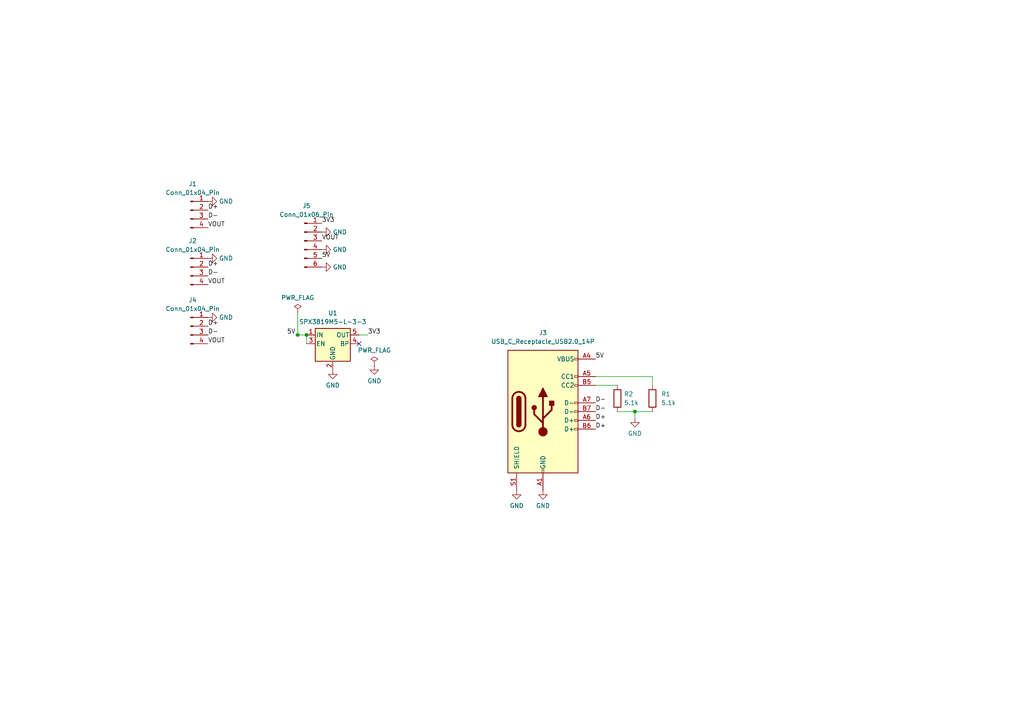
<source format=kicad_sch>
(kicad_sch (version 20230121) (generator eeschema)
  (paper "A4")
  (lib_symbols
    (symbol "Connector:Conn_01x04_Pin" (pin_names (offset 1.016) hide)
      (property "Reference" "J" (at 0 5.08 0))
      (property "Value" "Conn_01x04_Pin" (at 0 -7.62 0))
      (symbol "Conn_01x04_Pin_1_1"
        (polyline (pts (xy 1.27 -5.08) (xy 0.8636 -5.08)) (stroke (width 0.1524)))
        (polyline (pts (xy 1.27 -2.54) (xy 0.8636 -2.54)) (stroke (width 0.1524)))
        (polyline (pts (xy 1.27 0) (xy 0.8636 0)) (stroke (width 0.1524)))
        (polyline (pts (xy 1.27 2.54) (xy 0.8636 2.54)) (stroke (width 0.1524)))
        (rectangle (start 0.8636 -4.953) (end 0 -5.207) (stroke (width 0.1524)) (fill (type outline)))
        (rectangle (start 0.8636 -2.413) (end 0 -2.667) (stroke (width 0.1524)) (fill (type outline)))
        (rectangle (start 0.8636 0.127) (end 0 -0.127) (stroke (width 0.1524)) (fill (type outline)))
        (rectangle (start 0.8636 2.667) (end 0 2.413) (stroke (width 0.1524)) (fill (type outline)))
        (pin passive line (at 5.08 2.54 180) (length 3.81) (name "Pin_1") (number "1"))
        (pin passive line (at 5.08 0 180) (length 3.81) (name "Pin_2") (number "2"))
        (pin passive line (at 5.08 -2.54 180) (length 3.81) (name "Pin_3") (number "3"))
        (pin passive line (at 5.08 -5.08 180) (length 3.81) (name "Pin_4") (number "4"))
      )
    )
    (symbol "Connector:Conn_01x06_Pin" (pin_names (offset 1.016) hide)
      (property "Reference" "J" (at 0 7.62 0))
      (property "Value" "Conn_01x06_Pin" (at 0 -10.16 0))
      (symbol "Conn_01x06_Pin_1_1"
        (polyline (pts (xy 1.27 -7.62) (xy 0.8636 -7.62)) (stroke (width 0.1524)))
        (polyline (pts (xy 1.27 -5.08) (xy 0.8636 -5.08)) (stroke (width 0.1524)))
        (polyline (pts (xy 1.27 -2.54) (xy 0.8636 -2.54)) (stroke (width 0.1524)))
        (polyline (pts (xy 1.27 0) (xy 0.8636 0)) (stroke (width 0.1524)))
        (polyline (pts (xy 1.27 2.54) (xy 0.8636 2.54)) (stroke (width 0.1524)))
        (polyline (pts (xy 1.27 5.08) (xy 0.8636 5.08)) (stroke (width 0.1524)))
        (rectangle (start 0.8636 -7.493) (end 0 -7.747) (stroke (width 0.1524)) (fill (type outline)))
        (rectangle (start 0.8636 -4.953) (end 0 -5.207) (stroke (width 0.1524)) (fill (type outline)))
        (rectangle (start 0.8636 -2.413) (end 0 -2.667) (stroke (width 0.1524)) (fill (type outline)))
        (rectangle (start 0.8636 0.127) (end 0 -0.127) (stroke (width 0.1524)) (fill (type outline)))
        (rectangle (start 0.8636 2.667) (end 0 2.413) (stroke (width 0.1524)) (fill (type outline)))
        (rectangle (start 0.8636 5.207) (end 0 4.953) (stroke (width 0.1524)) (fill (type outline)))
        (pin passive line (at 5.08 5.08 180) (length 3.81) (name "Pin_1") (number "1"))
        (pin passive line (at 5.08 2.54 180) (length 3.81) (name "Pin_2") (number "2"))
        (pin passive line (at 5.08 0 180) (length 3.81) (name "Pin_3") (number "3"))
        (pin passive line (at 5.08 -2.54 180) (length 3.81) (name "Pin_4") (number "4"))
        (pin passive line (at 5.08 -5.08 180) (length 3.81) (name "Pin_5") (number "5"))
        (pin passive line (at 5.08 -7.62 180) (length 3.81) (name "Pin_6") (number "6"))
      )
    )
    (symbol "Connector:USB_C_Receptacle_USB2.0_14P" (pin_names (offset 1.016))
      (property "Reference" "J" (at 0 22.225 0))
      (property "Value" "USB_C_Receptacle_USB2.0_14P" (at 0 19.685 0))
      (symbol "USB_C_Receptacle_USB2.0_14P_0_0"
        (rectangle (start -0.254 -17.78) (end 0.254 -16.764))
        (rectangle (start 10.16 -4.826) (end 9.144 -5.334))
        (rectangle (start 10.16 -2.286) (end 9.144 -2.794))
        (rectangle (start 10.16 0.254) (end 9.144 -0.254))
        (rectangle (start 10.16 2.794) (end 9.144 2.286))
        (rectangle (start 10.16 7.874) (end 9.144 7.366))
        (rectangle (start 10.16 10.414) (end 9.144 9.906))
        (rectangle (start 10.16 15.494) (end 9.144 14.986))
      )
      (symbol "USB_C_Receptacle_USB2.0_14P_0_1"
        (rectangle (start -10.16 17.78) (end 10.16 -17.78) (stroke (width 0.254)) (fill (type background)))
        (arc (start -8.89 -3.81) (mid -6.985 -5.7067) (end -5.08 -3.81) (stroke (width 0.508)))
        (arc (start -7.62 -3.81) (mid -6.985 -4.4423) (end -6.35 -3.81) (stroke (width 0.254)))
        (arc (start -7.62 -3.81) (mid -6.985 -4.4423) (end -6.35 -3.81) (stroke (width 0.254)) (fill (type outline)))
        (rectangle (start -7.62 -3.81) (end -6.35 3.81) (stroke (width 0.254)) (fill (type outline)))
        (arc (start -6.35 3.81) (mid -6.985 4.4423) (end -7.62 3.81) (stroke (width 0.254)))
        (arc (start -6.35 3.81) (mid -6.985 4.4423) (end -7.62 3.81) (stroke (width 0.254)) (fill (type outline)))
        (arc (start -5.08 3.81) (mid -6.985 5.7067) (end -8.89 3.81) (stroke (width 0.508)))
        (circle (center -2.54 1.143) (radius 0.635) (stroke (width 0.254)) (fill (type outline)))
        (circle (center 0 -5.842) (radius 1.27) (fill (type outline)))
        (polyline (pts (xy -8.89 -3.81) (xy -8.89 3.81)) (stroke (width 0.508)))
        (polyline (pts (xy -5.08 3.81) (xy -5.08 -3.81)) (stroke (width 0.508)))
        (polyline (pts (xy 0 -5.842) (xy 0 4.318)) (stroke (width 0.508)))
        (polyline (pts (xy 0 -3.302) (xy -2.54 -0.762) (xy -2.54 0.508)) (stroke (width 0.508)))
        (polyline (pts (xy 0 -2.032) (xy 2.54 0.508) (xy 2.54 1.778)) (stroke (width 0.508)))
        (polyline (pts (xy -1.27 4.318) (xy 0 6.858) (xy 1.27 4.318) (xy -1.27 4.318)) (stroke (width 0.254)) (fill (type outline)))
        (rectangle (start 1.905 1.778) (end 3.175 3.048) (stroke (width 0.254)) (fill (type outline)))
      )
      (symbol "USB_C_Receptacle_USB2.0_14P_1_1"
        (pin passive line (at 0 -22.86 90) (length 5.08) (name "GND") (number "A1"))
        (pin passive line (at 0 -22.86 90) (length 5.08) hide (name "GND") (number "A12"))
        (pin passive line (at 15.24 15.24 180) (length 5.08) (name "VBUS") (number "A4"))
        (pin bidirectional line (at 15.24 10.16 180) (length 5.08) (name "CC1") (number "A5"))
        (pin bidirectional line (at 15.24 -2.54 180) (length 5.08) (name "D+") (number "A6"))
        (pin bidirectional line (at 15.24 2.54 180) (length 5.08) (name "D-") (number "A7"))
        (pin passive line (at 15.24 15.24 180) (length 5.08) hide (name "VBUS") (number "A9"))
        (pin passive line (at 0 -22.86 90) (length 5.08) hide (name "GND") (number "B1"))
        (pin passive line (at 0 -22.86 90) (length 5.08) hide (name "GND") (number "B12"))
        (pin passive line (at 15.24 15.24 180) (length 5.08) hide (name "VBUS") (number "B4"))
        (pin bidirectional line (at 15.24 7.62 180) (length 5.08) (name "CC2") (number "B5"))
        (pin bidirectional line (at 15.24 -5.08 180) (length 5.08) (name "D+") (number "B6"))
        (pin bidirectional line (at 15.24 0 180) (length 5.08) (name "D-") (number "B7"))
        (pin passive line (at 15.24 15.24 180) (length 5.08) hide (name "VBUS") (number "B9"))
        (pin passive line (at -7.62 -22.86 90) (length 5.08) (name "SHIELD") (number "S1"))
      )
    )
    (symbol "Device:R" (pin_numbers hide) (pin_names (offset 0))
      (property "Reference" "R" (at 2.032 0 90))
      (property "Value" "R" (at 0 0 90))
      (symbol "R_0_1"
        (rectangle (start -1.016 -2.54) (end 1.016 2.54) (stroke (width 0.254)))
      )
      (symbol "R_1_1"
        (pin passive line (at 0 3.81 270) (length 1.27) (name "~") (number "1"))
        (pin passive line (at 0 -3.81 90) (length 1.27) (name "~") (number "2"))
      )
    )
    (symbol "Regulator_Linear:SPX3819M5-L-3-3" (pin_names (offset 0.254))
      (property "Reference" "U" (at -3.81 5.715 0))
      (property "Value" "SPX3819M5-L-3-3" (at 0 5.715 0))
      (symbol "SPX3819M5-L-3-3_0_1"
        (rectangle (start -5.08 4.445) (end 5.08 -5.08) (stroke (width 0.254)) (fill (type background)))
      )
      (symbol "SPX3819M5-L-3-3_1_1"
        (pin power_in line (at -7.62 2.54 0) (length 2.54) (name "IN") (number "1"))
        (pin power_in line (at 0 -7.62 90) (length 2.54) (name "GND") (number "2"))
        (pin input line (at -7.62 0 0) (length 2.54) (name "EN") (number "3"))
        (pin input line (at 7.62 0 180) (length 2.54) (name "BP") (number "4"))
        (pin power_out line (at 7.62 2.54 180) (length 2.54) (name "OUT") (number "5"))
      )
    )
    (symbol "power:GND" (power) (pin_names (offset 0))
      (property "Value" "GND" (at 0 -3.81 0))
      (symbol "GND_0_1"
        (polyline (pts (xy 0 0) (xy 0 -1.27) (xy 1.27 -1.27) (xy 0 -2.54) (xy -1.27 -1.27) (xy 0 -1.27)))
      )
      (symbol "GND_1_1"
        (pin power_in line (at 0 0 270) (length 0) hide (name "GND") (number "1"))
      )
    )
    (symbol "power:PWR_FLAG" (power) (pin_numbers hide) (pin_names (offset 0) hide)
      (property "Value" "PWR_FLAG" (at 0 3.81 0))
      (symbol "PWR_FLAG_0_0"
        (pin power_out line (at 0 0 90) (length 0) (name "pwr") (number "1"))
      )
      (symbol "PWR_FLAG_0_1"
        (polyline (pts (xy 0 0) (xy 0 1.27) (xy -1.016 1.905) (xy 0 2.54) (xy 1.016 1.905) (xy 0 1.27)))
      )
    )
  )
  (junction (at 88.9 97.155))
  (junction (at 86.36 97.155))
  (junction (at 184.15 119.38))
  (no_connect (at 104.14 99.695))
  (wire (pts (xy 88.9 97.155) (xy 88.9 99.695)))
  (wire (pts (xy 172.72 109.22) (xy 189.23 109.22)))
  (wire (pts (xy 184.15 119.38) (xy 184.15 121.285)))
  (wire (pts (xy 86.36 90.805) (xy 86.36 97.155)))
  (wire (pts (xy 179.07 119.38) (xy 184.15 119.38)))
  (wire (pts (xy 104.14 97.155) (xy 106.68 97.155)))
  (wire (pts (xy 86.36 97.155) (xy 88.9 97.155)))
  (wire (pts (xy 172.72 111.76) (xy 179.07 111.76)))
  (wire (pts (xy 184.15 119.38) (xy 189.23 119.38)))
  (wire (pts (xy 189.23 109.22) (xy 189.23 111.76)))
  (wire (pts (xy 85.725 97.155) (xy 86.36 97.155)))
  (label "VOUT" (at 93.345 69.85 0))
  (label "D+" (at 60.325 94.615 0))
  (label "VOUT" (at 60.325 66.04 0))
  (label "D-" (at 60.325 63.5 0))
  (label "D+" (at 60.325 60.96 0))
  (label "VOUT" (at 60.325 82.55 0))
  (label "5V" (at 93.345 74.93 0))
  (label "5V" (at 172.72 104.14 0))
  (label "3V3" (at 93.345 64.77 0))
  (label "D+" (at 172.72 124.46 0))
  (label "VOUT" (at 60.325 99.695 0))
  (label "D-" (at 172.72 119.38 0))
  (label "D+" (at 172.72 121.92 0))
  (label "D+" (at 60.325 77.47 0))
  (label "D-" (at 172.72 116.84 0))
  (label "D-" (at 60.325 80.01 0))
  (label "3V3" (at 106.68 97.155 0))
  (label "D-" (at 60.325 97.155 0))
  (label "5V" (at 85.725 97.155 180))
  (symbol (lib_id "power:GND") (at 157.48 142.24 0) (unit 1)
    (property "Reference" "#PWR012" (effects hide))
    (property "Value" "GND" (at 157.48 146.685 0))
  )
  (symbol (lib_id "power:PWR_FLAG") (at 86.36 90.805 0) (unit 1)
    (property "Reference" "#FLG01" (effects hide))
    (property "Value" "PWR_FLAG" (at 86.36 86.36 0))
  )
  (symbol (lib_id "Connector:Conn_01x04_Pin") (at 55.245 77.47 0) (unit 1)
    (property "Reference" "J2" (at 55.88 69.85 0))
    (property "Value" "Conn_01x04_Pin" (at 55.88 72.39 0))
    (property "Footprint" "Connector_PinHeader_1.27mm:PinHeader_1x04_P1.27mm_Vertical" (effects hide))
  )
  (symbol (lib_id "Device:R") (at 189.23 115.57 180) (unit 1)
    (property "Reference" "R1" (at 191.77 114.3 0) (effects (justify right)))
    (property "Value" "5.1k" (at 191.77 116.84 0) (effects (justify right)))
    (property "Footprint" "Resistor_SMD:R_0603_1608Metric" (effects hide))
  )
  (symbol (lib_id "power:GND") (at 96.52 107.315 0) (unit 1)
    (property "Reference" "#PWR03" (effects hide))
    (property "Value" "GND" (at 96.52 111.76 0))
  )
  (symbol (lib_id "power:GND") (at 108.585 106.045 0) (unit 1)
    (property "Reference" "#PWR011" (effects hide))
    (property "Value" "GND" (at 108.585 110.49 0))
  )
  (symbol (lib_id "power:GND") (at 184.15 121.285 0) (unit 1)
    (property "Reference" "#PWR06" (effects hide))
    (property "Value" "GND" (at 184.15 125.73 0))
  )
  (symbol (lib_id "Connector:Conn_01x06_Pin") (at 88.265 69.85 0) (unit 1)
    (property "Reference" "J5" (at 88.9 59.69 0))
    (property "Value" "Conn_01x06_Pin" (at 88.9 62.23 0))
    (property "Footprint" "Connector_PinHeader_2.54mm:PinHeader_2x03_P2.54mm_Vertical" (effects hide))
  )
  (symbol (lib_id "Regulator_Linear:SPX3819M5-L-3-3") (at 96.52 99.695 0) (unit 1)
    (property "Reference" "U1" (at 96.52 90.805 0))
    (property "Value" "SPX3819M5-L-3-3" (at 96.52 93.345 0))
    (property "Footprint" "Package_TO_SOT_SMD:SOT-23-5" (effects hide))
    (property "Datasheet" "https://www.exar.com/content/document.ashx?id=22106&languageid=1033&type=Datasheet&partnumber=SPX3819&filename=SPX3819.pdf&part=SPX3819" (effects hide))
  )
  (symbol (lib_id "power:GND") (at 60.325 58.42 90) (unit 1)
    (property "Reference" "#PWR01" (effects hide))
    (property "Value" "GND" (at 63.5 58.42 90) (effects (justify right)))
  )
  (symbol (lib_id "power:PWR_FLAG") (at 108.585 106.045 0) (unit 1)
    (property "Reference" "#FLG02" (effects hide))
    (property "Value" "PWR_FLAG" (at 108.585 101.6 0))
  )
  (symbol (lib_id "power:GND") (at 93.345 72.39 90) (unit 1)
    (property "Reference" "#PWR09" (effects hide))
    (property "Value" "GND" (at 96.52 72.39 90) (effects (justify right)))
  )
  (symbol (lib_id "power:GND") (at 93.345 67.31 90) (unit 1)
    (property "Reference" "#PWR08" (effects hide))
    (property "Value" "GND" (at 96.52 67.31 90) (effects (justify right)))
  )
  (symbol (lib_id "power:GND") (at 60.325 92.075 90) (unit 1)
    (property "Reference" "#PWR07" (effects hide))
    (property "Value" "GND" (at 63.5 92.075 90) (effects (justify right)))
  )
  (symbol (lib_id "Connector:Conn_01x04_Pin") (at 55.245 94.615 0) (unit 1)
    (property "Reference" "J4" (at 55.88 86.995 0))
    (property "Value" "Conn_01x04_Pin" (at 55.88 89.535 0))
    (property "Footprint" "Connector_PinHeader_1.00mm:PinHeader_1x04_P1.00mm_Vertical" (effects hide))
  )
  (symbol (lib_id "Device:R") (at 179.07 115.57 180) (unit 1)
    (property "Reference" "R2" (at 180.975 114.3 0) (effects (justify right)))
    (property "Value" "5.1k" (at 180.975 116.84 0) (effects (justify right)))
    (property "Footprint" "Resistor_SMD:R_0603_1608Metric" (effects hide))
  )
  (symbol (lib_id "Connector:USB_C_Receptacle_USB2.0_14P") (at 157.48 119.38 0) (unit 1)
    (property "Reference" "J3" (at 157.48 96.52 0))
    (property "Value" "USB_C_Receptacle_USB2.0_14P" (at 157.48 99.06 0))
    (property "Footprint" "Connector_USB:USB_C_Receptacle_XKB_U262-16XN-4BVC11" (effects hide))
    (property "Datasheet" "https://www.usb.org/sites/default/files/documents/usb_type-c.zip" (effects hide))
  )
  (symbol (lib_id "power:GND") (at 60.325 74.93 90) (unit 1)
    (property "Reference" "#PWR02" (effects hide))
    (property "Value" "GND" (at 63.5 74.93 90) (effects (justify right)))
  )
  (symbol (lib_id "Connector:Conn_01x04_Pin") (at 55.245 60.96 0) (unit 1)
    (property "Reference" "J1" (at 55.88 53.34 0))
    (property "Value" "Conn_01x04_Pin" (at 55.88 55.88 0))
    (property "Footprint" "Connector_PinHeader_2.54mm:PinHeader_1x04_P2.54mm_Vertical" (effects hide))
  )
  (symbol (lib_id "power:GND") (at 149.86 142.24 0) (unit 1)
    (property "Reference" "#PWR013" (effects hide))
    (property "Value" "GND" (at 149.86 146.685 0))
  )
  (symbol (lib_id "power:GND") (at 93.345 77.47 90) (unit 1)
    (property "Reference" "#PWR010" (effects hide))
    (property "Value" "GND" (at 96.52 77.47 90) (effects (justify right)))
  )
)
</source>
